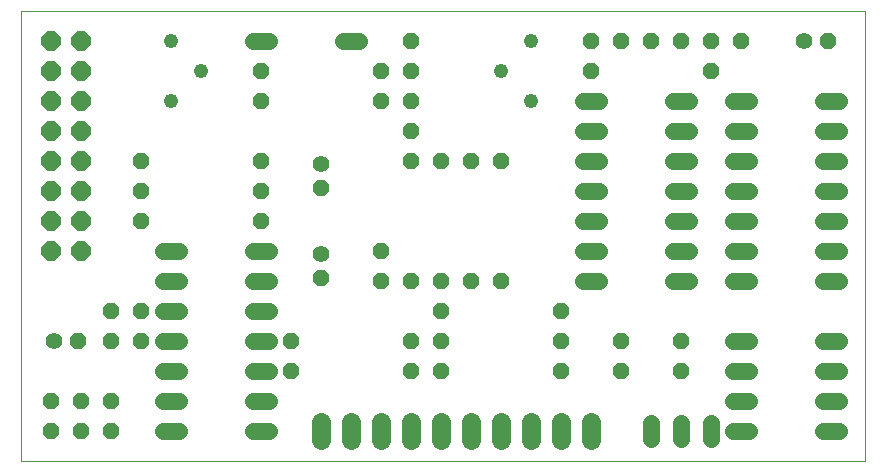
<source format=gbs>
G75*
%MOIN*%
%OFA0B0*%
%FSLAX25Y25*%
%IPPOS*%
%LPD*%
%AMOC8*
5,1,8,0,0,1.08239X$1,22.5*
%
%ADD10C,0.00000*%
%ADD11OC8,0.05600*%
%ADD12C,0.05600*%
%ADD13C,0.05600*%
%ADD14C,0.04800*%
%ADD15OC8,0.06400*%
%ADD16C,0.06400*%
D10*
X0001000Y0006000D02*
X0001000Y0155961D01*
X0282201Y0155961D01*
X0282201Y0006000D01*
X0001000Y0006000D01*
D11*
X0011000Y0016000D03*
X0021000Y0016000D03*
X0031000Y0016000D03*
X0031000Y0026000D03*
X0021000Y0026000D03*
X0011000Y0026000D03*
X0020000Y0046000D03*
X0031000Y0046000D03*
X0041000Y0046000D03*
X0041000Y0056000D03*
X0031000Y0056000D03*
X0041000Y0086000D03*
X0041000Y0096000D03*
X0041000Y0106000D03*
X0081000Y0106000D03*
X0081000Y0096000D03*
X0081000Y0086000D03*
X0101000Y0097000D03*
X0131000Y0106000D03*
X0141000Y0106000D03*
X0151000Y0106000D03*
X0161000Y0106000D03*
X0131000Y0116000D03*
X0131000Y0126000D03*
X0121000Y0126000D03*
X0121000Y0136000D03*
X0131000Y0136000D03*
X0131000Y0146000D03*
X0081000Y0136000D03*
X0081000Y0126000D03*
X0121000Y0076000D03*
X0121000Y0066000D03*
X0131000Y0066000D03*
X0141000Y0066000D03*
X0151000Y0066000D03*
X0161000Y0066000D03*
X0141000Y0056000D03*
X0141000Y0046000D03*
X0131000Y0046000D03*
X0131000Y0036000D03*
X0141000Y0036000D03*
X0181000Y0036000D03*
X0181000Y0046000D03*
X0181000Y0056000D03*
X0201000Y0046000D03*
X0201000Y0036000D03*
X0221000Y0036000D03*
X0221000Y0046000D03*
X0101000Y0067000D03*
X0091000Y0046000D03*
X0091000Y0036000D03*
X0191000Y0136000D03*
X0191000Y0146000D03*
X0201000Y0146000D03*
X0211000Y0146000D03*
X0221000Y0146000D03*
X0231000Y0146000D03*
X0241000Y0146000D03*
X0231000Y0136000D03*
X0270000Y0146000D03*
D12*
X0262000Y0146000D03*
X0101000Y0105000D03*
X0101000Y0075000D03*
X0012000Y0046000D03*
D13*
X0048400Y0046000D02*
X0053600Y0046000D01*
X0053600Y0036000D02*
X0048400Y0036000D01*
X0048400Y0026000D02*
X0053600Y0026000D01*
X0053600Y0016000D02*
X0048400Y0016000D01*
X0078400Y0016000D02*
X0083600Y0016000D01*
X0083600Y0026000D02*
X0078400Y0026000D01*
X0078400Y0036000D02*
X0083600Y0036000D01*
X0083600Y0046000D02*
X0078400Y0046000D01*
X0078400Y0056000D02*
X0083600Y0056000D01*
X0083600Y0066000D02*
X0078400Y0066000D01*
X0078400Y0076000D02*
X0083600Y0076000D01*
X0053600Y0076000D02*
X0048400Y0076000D01*
X0048400Y0066000D02*
X0053600Y0066000D01*
X0053600Y0056000D02*
X0048400Y0056000D01*
X0188400Y0066000D02*
X0193600Y0066000D01*
X0193600Y0076000D02*
X0188400Y0076000D01*
X0188400Y0086000D02*
X0193600Y0086000D01*
X0193600Y0096000D02*
X0188400Y0096000D01*
X0188400Y0106000D02*
X0193600Y0106000D01*
X0193600Y0116000D02*
X0188400Y0116000D01*
X0188400Y0126000D02*
X0193600Y0126000D01*
X0218400Y0126000D02*
X0223600Y0126000D01*
X0238400Y0126000D02*
X0243600Y0126000D01*
X0243600Y0116000D02*
X0238400Y0116000D01*
X0223600Y0116000D02*
X0218400Y0116000D01*
X0218400Y0106000D02*
X0223600Y0106000D01*
X0238400Y0106000D02*
X0243600Y0106000D01*
X0243600Y0096000D02*
X0238400Y0096000D01*
X0223600Y0096000D02*
X0218400Y0096000D01*
X0218400Y0086000D02*
X0223600Y0086000D01*
X0238400Y0086000D02*
X0243600Y0086000D01*
X0243600Y0076000D02*
X0238400Y0076000D01*
X0223600Y0076000D02*
X0218400Y0076000D01*
X0218400Y0066000D02*
X0223600Y0066000D01*
X0238400Y0066000D02*
X0243600Y0066000D01*
X0268400Y0066000D02*
X0273600Y0066000D01*
X0273600Y0076000D02*
X0268400Y0076000D01*
X0268400Y0086000D02*
X0273600Y0086000D01*
X0273600Y0096000D02*
X0268400Y0096000D01*
X0268400Y0106000D02*
X0273600Y0106000D01*
X0273600Y0116000D02*
X0268400Y0116000D01*
X0268400Y0126000D02*
X0273600Y0126000D01*
X0273600Y0046000D02*
X0268400Y0046000D01*
X0268400Y0036000D02*
X0273600Y0036000D01*
X0273600Y0026000D02*
X0268400Y0026000D01*
X0268400Y0016000D02*
X0273600Y0016000D01*
X0243600Y0016000D02*
X0238400Y0016000D01*
X0231000Y0013400D02*
X0231000Y0018600D01*
X0221000Y0018600D02*
X0221000Y0013400D01*
X0211000Y0013400D02*
X0211000Y0018600D01*
X0238400Y0026000D02*
X0243600Y0026000D01*
X0243600Y0036000D02*
X0238400Y0036000D01*
X0238400Y0046000D02*
X0243600Y0046000D01*
X0113600Y0146000D02*
X0108400Y0146000D01*
X0083600Y0146000D02*
X0078400Y0146000D01*
D14*
X0061000Y0136000D03*
X0051000Y0146000D03*
X0051000Y0126000D03*
X0161000Y0136000D03*
X0171000Y0146000D03*
X0171000Y0126000D03*
D15*
X0021000Y0126000D03*
X0011000Y0126000D03*
X0011000Y0116000D03*
X0021000Y0116000D03*
X0021000Y0106000D03*
X0011000Y0106000D03*
X0011000Y0096000D03*
X0021000Y0096000D03*
X0021000Y0086000D03*
X0011000Y0086000D03*
X0011000Y0076000D03*
X0021000Y0076000D03*
X0021000Y0136000D03*
X0011000Y0136000D03*
X0011000Y0146000D03*
X0021000Y0146000D03*
D16*
X0101000Y0019000D02*
X0101000Y0013000D01*
X0111000Y0013000D02*
X0111000Y0019000D01*
X0121000Y0019000D02*
X0121000Y0013000D01*
X0131000Y0013000D02*
X0131000Y0019000D01*
X0141000Y0019000D02*
X0141000Y0013000D01*
X0151000Y0013000D02*
X0151000Y0019000D01*
X0161000Y0019000D02*
X0161000Y0013000D01*
X0171000Y0013000D02*
X0171000Y0019000D01*
X0181000Y0019000D02*
X0181000Y0013000D01*
X0191000Y0013000D02*
X0191000Y0019000D01*
M02*

</source>
